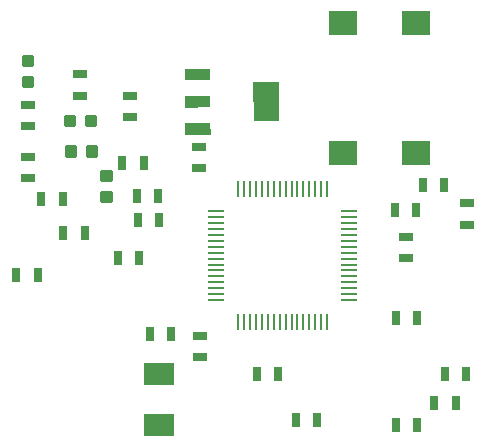
<source format=gtp>
G75*
%MOIN*%
%OFA0B0*%
%FSLAX25Y25*%
%IPPOS*%
%LPD*%
%AMOC8*
5,1,8,0,0,1.08239X$1,22.5*
%
%ADD10R,0.04724X0.03150*%
%ADD11R,0.03150X0.04724*%
%ADD12C,0.01181*%
%ADD13R,0.05800X0.01100*%
%ADD14R,0.01100X0.05800*%
%ADD15R,0.10236X0.07480*%
%ADD16R,0.12795X0.08465*%
%ADD17R,0.08465X0.03740*%
%ADD18R,0.09449X0.07874*%
D10*
X0068308Y0051295D03*
X0068308Y0058382D03*
X0067914Y0114484D03*
X0067914Y0121571D03*
X0044883Y0131453D03*
X0044883Y0138539D03*
X0028347Y0138579D03*
X0028347Y0145665D03*
X0011064Y0135390D03*
X0011064Y0128303D03*
X0010828Y0118185D03*
X0010828Y0111098D03*
X0137009Y0091610D03*
X0137009Y0084524D03*
X0157087Y0095587D03*
X0157087Y0102673D03*
D11*
X0051457Y0059012D03*
X0058544Y0059012D03*
X0047875Y0084445D03*
X0040788Y0084445D03*
X0047520Y0097043D03*
X0054607Y0097043D03*
X0054292Y0105114D03*
X0047206Y0105114D03*
X0049489Y0116138D03*
X0042402Y0116138D03*
X0022442Y0104130D03*
X0015355Y0104130D03*
X0022678Y0092870D03*
X0029765Y0092870D03*
X0014095Y0078697D03*
X0007009Y0078697D03*
X0087087Y0045862D03*
X0094174Y0045862D03*
X0100119Y0030508D03*
X0107206Y0030508D03*
X0133426Y0028894D03*
X0140513Y0028894D03*
X0146379Y0036217D03*
X0153465Y0036217D03*
X0156930Y0045665D03*
X0149843Y0045665D03*
X0140631Y0064327D03*
X0133544Y0064327D03*
X0133111Y0100547D03*
X0140198Y0100547D03*
X0142442Y0108657D03*
X0149528Y0108657D03*
D12*
X0038465Y0110339D02*
X0035709Y0110339D01*
X0035709Y0113095D01*
X0038465Y0113095D01*
X0038465Y0110339D01*
X0038465Y0111519D02*
X0035709Y0111519D01*
X0035709Y0112699D02*
X0038465Y0112699D01*
X0033572Y0118579D02*
X0033572Y0121335D01*
X0033572Y0118579D02*
X0030816Y0118579D01*
X0030816Y0121335D01*
X0033572Y0121335D01*
X0033572Y0119759D02*
X0030816Y0119759D01*
X0030816Y0120939D02*
X0033572Y0120939D01*
X0026666Y0121335D02*
X0026666Y0118579D01*
X0023910Y0118579D01*
X0023910Y0121335D01*
X0026666Y0121335D01*
X0026666Y0119759D02*
X0023910Y0119759D01*
X0023910Y0120939D02*
X0026666Y0120939D01*
X0026272Y0128697D02*
X0026272Y0131453D01*
X0026272Y0128697D02*
X0023516Y0128697D01*
X0023516Y0131453D01*
X0026272Y0131453D01*
X0026272Y0129877D02*
X0023516Y0129877D01*
X0023516Y0131057D02*
X0026272Y0131057D01*
X0033178Y0131453D02*
X0033178Y0128697D01*
X0030422Y0128697D01*
X0030422Y0131453D01*
X0033178Y0131453D01*
X0033178Y0129877D02*
X0030422Y0129877D01*
X0030422Y0131057D02*
X0033178Y0131057D01*
X0012206Y0144535D02*
X0009450Y0144535D01*
X0012206Y0144535D02*
X0012206Y0141779D01*
X0009450Y0141779D01*
X0009450Y0144535D01*
X0009450Y0142959D02*
X0012206Y0142959D01*
X0012206Y0144139D02*
X0009450Y0144139D01*
X0009450Y0151441D02*
X0012206Y0151441D01*
X0012206Y0148685D01*
X0009450Y0148685D01*
X0009450Y0151441D01*
X0009450Y0149865D02*
X0012206Y0149865D01*
X0012206Y0151045D02*
X0009450Y0151045D01*
X0035709Y0103433D02*
X0038465Y0103433D01*
X0035709Y0103433D02*
X0035709Y0106189D01*
X0038465Y0106189D01*
X0038465Y0103433D01*
X0038465Y0104613D02*
X0035709Y0104613D01*
X0035709Y0105793D02*
X0038465Y0105793D01*
D13*
X0073728Y0100032D03*
X0073728Y0098032D03*
X0073728Y0096032D03*
X0073728Y0094132D03*
X0073728Y0092132D03*
X0073728Y0090132D03*
X0073728Y0088232D03*
X0073728Y0086232D03*
X0073728Y0084232D03*
X0073728Y0082232D03*
X0073728Y0080332D03*
X0073728Y0078332D03*
X0073728Y0076332D03*
X0073728Y0074432D03*
X0073728Y0072432D03*
X0073728Y0070432D03*
X0117928Y0070432D03*
X0117928Y0072432D03*
X0117928Y0074432D03*
X0117928Y0076332D03*
X0117928Y0078332D03*
X0117928Y0080332D03*
X0117928Y0082232D03*
X0117928Y0084232D03*
X0117928Y0086232D03*
X0117928Y0088232D03*
X0117928Y0090132D03*
X0117928Y0092132D03*
X0117928Y0094132D03*
X0117928Y0096032D03*
X0117928Y0098032D03*
X0117928Y0100032D03*
D14*
X0110628Y0107332D03*
X0108628Y0107332D03*
X0106628Y0107332D03*
X0104728Y0107332D03*
X0102728Y0107332D03*
X0100728Y0107332D03*
X0098828Y0107332D03*
X0096828Y0107332D03*
X0094828Y0107332D03*
X0092828Y0107332D03*
X0090928Y0107332D03*
X0088928Y0107332D03*
X0086928Y0107332D03*
X0085028Y0107332D03*
X0083028Y0107332D03*
X0081028Y0107332D03*
X0081028Y0063132D03*
X0083028Y0063132D03*
X0085028Y0063132D03*
X0086928Y0063132D03*
X0088928Y0063132D03*
X0090928Y0063132D03*
X0092828Y0063132D03*
X0094828Y0063132D03*
X0096828Y0063132D03*
X0098828Y0063132D03*
X0100728Y0063132D03*
X0102728Y0063132D03*
X0104728Y0063132D03*
X0106628Y0063132D03*
X0108628Y0063132D03*
X0110628Y0063132D03*
D15*
X0054568Y0045665D03*
X0054568Y0028736D03*
D16*
G36*
X0086107Y0130160D02*
X0086062Y0142953D01*
X0094525Y0142982D01*
X0094570Y0130189D01*
X0086107Y0130160D01*
G37*
D17*
G36*
X0071751Y0125582D02*
X0063288Y0125553D01*
X0063275Y0129292D01*
X0071738Y0129321D01*
X0071751Y0125582D01*
G37*
G36*
X0071719Y0134637D02*
X0063256Y0134608D01*
X0063243Y0138347D01*
X0071706Y0138376D01*
X0071719Y0134637D01*
G37*
G36*
X0071688Y0143692D02*
X0063225Y0143663D01*
X0063212Y0147402D01*
X0071675Y0147431D01*
X0071688Y0143692D01*
G37*
D18*
X0115946Y0162909D03*
X0140355Y0162909D03*
X0140355Y0119602D03*
X0115946Y0119602D03*
M02*

</source>
